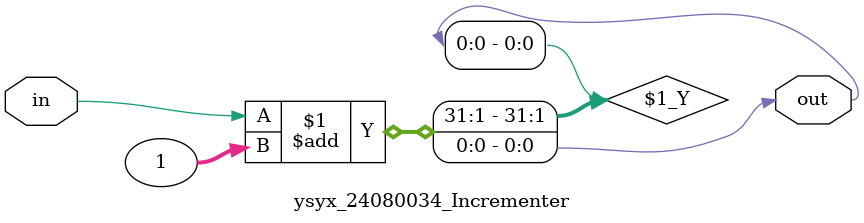
<source format=v>
module ysyx_24080034_Incrementer
#(
    parameter p_nbits = 1,
    parameter p_inc_value = 1
)(
    input  [p_nbits-1:0] in,
    output [p_nbits-1:0] out
);
    assign out = in + p_inc_value;

endmodule

</source>
